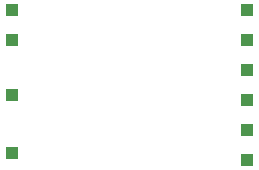
<source format=gbr>
%TF.GenerationSoftware,KiCad,Pcbnew,(6.0.1)*%
%TF.CreationDate,2022-02-22T12:17:33-04:00*%
%TF.ProjectId,Retro Video Amp,52657472-6f20-4566-9964-656f20416d70,rev?*%
%TF.SameCoordinates,Original*%
%TF.FileFunction,Soldermask,Bot*%
%TF.FilePolarity,Negative*%
%FSLAX46Y46*%
G04 Gerber Fmt 4.6, Leading zero omitted, Abs format (unit mm)*
G04 Created by KiCad (PCBNEW (6.0.1)) date 2022-02-22 12:17:33*
%MOMM*%
%LPD*%
G01*
G04 APERTURE LIST*
%ADD10R,1.000000X1.000000*%
G04 APERTURE END LIST*
D10*
%TO.C,*%
X24045000Y-19630000D03*
%TD*%
%TO.C,*%
X43920000Y-17090000D03*
%TD*%
%TO.C,*%
X24045000Y-24300000D03*
%TD*%
%TO.C,*%
X43920000Y-29790000D03*
%TD*%
%TO.C,*%
X43920000Y-27250000D03*
%TD*%
%TO.C,*%
X43920000Y-19630000D03*
%TD*%
%TO.C,*%
X24045000Y-17090000D03*
%TD*%
%TO.C,*%
X43920000Y-24710000D03*
%TD*%
%TO.C,*%
X24045000Y-29210000D03*
%TD*%
%TO.C,*%
X43920000Y-22170000D03*
%TD*%
M02*

</source>
